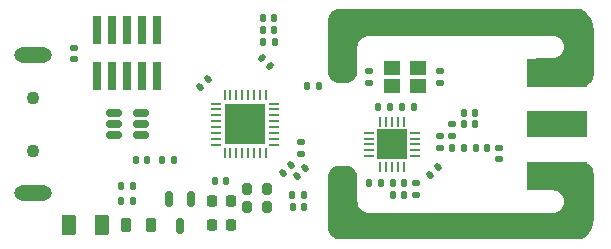
<source format=gbs>
G04 #@! TF.GenerationSoftware,KiCad,Pcbnew,9.0.0*
G04 #@! TF.CreationDate,2025-04-06T23:20:39+02:00*
G04 #@! TF.ProjectId,RF-to-USB,52462d74-6f2d-4555-9342-2e6b69636164,rev?*
G04 #@! TF.SameCoordinates,Original*
G04 #@! TF.FileFunction,Soldermask,Bot*
G04 #@! TF.FilePolarity,Negative*
%FSLAX46Y46*%
G04 Gerber Fmt 4.6, Leading zero omitted, Abs format (unit mm)*
G04 Created by KiCad (PCBNEW 9.0.0) date 2025-04-06 23:20:39*
%MOMM*%
%LPD*%
G01*
G04 APERTURE LIST*
G04 Aperture macros list*
%AMRoundRect*
0 Rectangle with rounded corners*
0 $1 Rounding radius*
0 $2 $3 $4 $5 $6 $7 $8 $9 X,Y pos of 4 corners*
0 Add a 4 corners polygon primitive as box body*
4,1,4,$2,$3,$4,$5,$6,$7,$8,$9,$2,$3,0*
0 Add four circle primitives for the rounded corners*
1,1,$1+$1,$2,$3*
1,1,$1+$1,$4,$5*
1,1,$1+$1,$6,$7*
1,1,$1+$1,$8,$9*
0 Add four rect primitives between the rounded corners*
20,1,$1+$1,$2,$3,$4,$5,0*
20,1,$1+$1,$4,$5,$6,$7,0*
20,1,$1+$1,$6,$7,$8,$9,0*
20,1,$1+$1,$8,$9,$2,$3,0*%
G04 Aperture macros list end*
%ADD10C,1.100000*%
%ADD11O,3.200000X1.300000*%
%ADD12RoundRect,0.140000X-0.140000X-0.170000X0.140000X-0.170000X0.140000X0.170000X-0.140000X0.170000X0*%
%ADD13RoundRect,0.147500X-0.147500X-0.172500X0.147500X-0.172500X0.147500X0.172500X-0.147500X0.172500X0*%
%ADD14RoundRect,0.200000X0.200000X0.275000X-0.200000X0.275000X-0.200000X-0.275000X0.200000X-0.275000X0*%
%ADD15RoundRect,0.150000X-0.150000X0.512500X-0.150000X-0.512500X0.150000X-0.512500X0.150000X0.512500X0*%
%ADD16RoundRect,0.147500X0.172500X-0.147500X0.172500X0.147500X-0.172500X0.147500X-0.172500X-0.147500X0*%
%ADD17RoundRect,0.140000X0.140000X0.170000X-0.140000X0.170000X-0.140000X-0.170000X0.140000X-0.170000X0*%
%ADD18RoundRect,0.135000X0.185000X-0.135000X0.185000X0.135000X-0.185000X0.135000X-0.185000X-0.135000X0*%
%ADD19R,5.080000X2.290000*%
%ADD20R,5.080000X2.420000*%
%ADD21RoundRect,0.140000X0.170000X-0.140000X0.170000X0.140000X-0.170000X0.140000X-0.170000X-0.140000X0*%
%ADD22RoundRect,0.225000X-0.225000X-0.250000X0.225000X-0.250000X0.225000X0.250000X-0.225000X0.250000X0*%
%ADD23RoundRect,0.140000X0.021213X-0.219203X0.219203X-0.021213X-0.021213X0.219203X-0.219203X0.021213X0*%
%ADD24R,1.400000X1.150000*%
%ADD25RoundRect,0.135000X0.135000X0.185000X-0.135000X0.185000X-0.135000X-0.185000X0.135000X-0.185000X0*%
%ADD26RoundRect,0.140000X-0.021213X0.219203X-0.219203X0.021213X0.021213X-0.219203X0.219203X-0.021213X0*%
%ADD27RoundRect,0.218750X0.218750X0.381250X-0.218750X0.381250X-0.218750X-0.381250X0.218750X-0.381250X0*%
%ADD28RoundRect,0.062500X-0.350000X-0.062500X0.350000X-0.062500X0.350000X0.062500X-0.350000X0.062500X0*%
%ADD29RoundRect,0.062500X-0.062500X-0.350000X0.062500X-0.350000X0.062500X0.350000X-0.062500X0.350000X0*%
%ADD30R,2.500000X2.500000*%
%ADD31RoundRect,0.135000X-0.135000X-0.185000X0.135000X-0.185000X0.135000X0.185000X-0.135000X0.185000X0*%
%ADD32R,0.740000X2.400000*%
%ADD33RoundRect,0.135000X-0.185000X0.135000X-0.185000X-0.135000X0.185000X-0.135000X0.185000X0.135000X0*%
%ADD34RoundRect,0.140000X-0.170000X0.140000X-0.170000X-0.140000X0.170000X-0.140000X0.170000X0.140000X0*%
%ADD35RoundRect,0.140000X0.219203X0.021213X0.021213X0.219203X-0.219203X-0.021213X-0.021213X-0.219203X0*%
%ADD36RoundRect,0.062500X0.062500X-0.375000X0.062500X0.375000X-0.062500X0.375000X-0.062500X-0.375000X0*%
%ADD37RoundRect,0.062500X0.375000X-0.062500X0.375000X0.062500X-0.375000X0.062500X-0.375000X-0.062500X0*%
%ADD38R,3.450000X3.450000*%
%ADD39RoundRect,0.250000X-0.375000X-0.625000X0.375000X-0.625000X0.375000X0.625000X-0.375000X0.625000X0*%
%ADD40RoundRect,0.150000X0.512500X0.150000X-0.512500X0.150000X-0.512500X-0.150000X0.512500X-0.150000X0*%
G04 APERTURE END LIST*
D10*
X78075000Y-50750000D03*
X78075000Y-46250000D03*
D11*
X78075000Y-54350000D03*
X78075000Y-42650000D03*
D12*
X107270000Y-47000000D03*
X108230000Y-47000000D03*
D13*
X113515000Y-50500000D03*
X114485000Y-50500000D03*
D14*
X97825000Y-55500000D03*
X96175000Y-55500000D03*
D15*
X89550000Y-54862500D03*
X91450000Y-54862500D03*
X90500000Y-57137500D03*
D16*
X113500000Y-49485000D03*
X113500000Y-48515000D03*
D17*
X100970000Y-55500000D03*
X100010000Y-55500000D03*
D12*
X108520000Y-54500000D03*
X109480000Y-54500000D03*
D18*
X100750000Y-51010000D03*
X100750000Y-49990000D03*
D19*
X122430000Y-48500000D03*
D20*
X122430000Y-52880000D03*
X122430000Y-44120000D03*
D21*
X112500000Y-44980000D03*
X112500000Y-44020000D03*
D22*
X93225000Y-55000000D03*
X94775000Y-55000000D03*
D12*
X85510000Y-53770000D03*
X86470000Y-53770000D03*
D23*
X99160589Y-52589411D03*
X99839411Y-51910589D03*
D24*
X110600000Y-45300000D03*
X108400000Y-45300000D03*
X108400000Y-43700000D03*
X110600000Y-43700000D03*
D23*
X111660589Y-52839411D03*
X112339411Y-52160589D03*
D25*
X110260000Y-47000000D03*
X109240000Y-47000000D03*
D12*
X93410000Y-53270000D03*
X94370000Y-53270000D03*
X114520000Y-48500000D03*
X115480000Y-48500000D03*
D17*
X89950000Y-51520000D03*
X88990000Y-51520000D03*
D26*
X92829411Y-44680589D03*
X92150589Y-45359411D03*
D16*
X112500000Y-50485000D03*
X112500000Y-49515000D03*
D27*
X88062500Y-57000000D03*
X85937500Y-57000000D03*
D12*
X115520000Y-50500000D03*
X116480000Y-50500000D03*
D17*
X98470000Y-39520000D03*
X97510000Y-39520000D03*
D28*
X106515000Y-51210000D03*
X106515000Y-50710000D03*
X106515000Y-50210000D03*
X106515000Y-49710000D03*
X106515000Y-49210000D03*
D29*
X107452500Y-48272500D03*
X107952500Y-48272500D03*
X108452500Y-48272500D03*
X108952500Y-48272500D03*
X109452500Y-48272500D03*
D28*
X110390000Y-49210000D03*
X110390000Y-49710000D03*
X110390000Y-50210000D03*
X110390000Y-50710000D03*
X110390000Y-51210000D03*
D29*
X109452500Y-52147500D03*
X108952500Y-52147500D03*
X108452500Y-52147500D03*
X107952500Y-52147500D03*
X107452500Y-52147500D03*
D30*
X108452500Y-50210000D03*
D31*
X85480000Y-55020000D03*
X86500000Y-55020000D03*
D32*
X88540000Y-44450000D03*
X88540000Y-40550000D03*
X87270000Y-44450000D03*
X87270000Y-40550000D03*
X86000000Y-44450000D03*
X86000000Y-40550000D03*
X84730000Y-44450000D03*
X84730000Y-40550000D03*
X83460000Y-44450000D03*
X83460000Y-40550000D03*
D12*
X114520000Y-47530000D03*
X115480000Y-47530000D03*
D17*
X107480000Y-53500000D03*
X106520000Y-53500000D03*
D14*
X97825000Y-54000000D03*
X96175000Y-54000000D03*
D33*
X110500000Y-53490000D03*
X110500000Y-54510000D03*
D34*
X81500000Y-42020000D03*
X81500000Y-42980000D03*
D17*
X102220000Y-45270000D03*
X101260000Y-45270000D03*
D35*
X98079411Y-43609411D03*
X97400589Y-42930589D03*
D36*
X97750000Y-50937500D03*
X97250000Y-50937500D03*
X96750000Y-50937500D03*
X96250000Y-50937500D03*
X95750000Y-50937500D03*
X95250000Y-50937500D03*
X94750000Y-50937500D03*
X94250000Y-50937500D03*
D37*
X93562500Y-50250000D03*
X93562500Y-49750000D03*
X93562500Y-49250000D03*
X93562500Y-48750000D03*
X93562500Y-48250000D03*
X93562500Y-47750000D03*
X93562500Y-47250000D03*
X93562500Y-46750000D03*
D36*
X94250000Y-46062500D03*
X94750000Y-46062500D03*
X95250000Y-46062500D03*
X95750000Y-46062500D03*
X96250000Y-46062500D03*
X96750000Y-46062500D03*
X97250000Y-46062500D03*
X97750000Y-46062500D03*
D37*
X98437500Y-46750000D03*
X98437500Y-47250000D03*
X98437500Y-47750000D03*
X98437500Y-48250000D03*
X98437500Y-48750000D03*
X98437500Y-49250000D03*
X98437500Y-49750000D03*
X98437500Y-50250000D03*
D38*
X96000000Y-48500000D03*
D39*
X81100000Y-57000000D03*
X83900000Y-57000000D03*
D34*
X106500000Y-44020000D03*
X106500000Y-44980000D03*
D40*
X87137500Y-47550000D03*
X87137500Y-48500000D03*
X87137500Y-49450000D03*
X84862500Y-49450000D03*
X84862500Y-48500000D03*
X84862500Y-47550000D03*
D34*
X117500000Y-50520000D03*
X117500000Y-51480000D03*
D31*
X97480000Y-41520000D03*
X98500000Y-41520000D03*
D17*
X87720000Y-51520000D03*
X86760000Y-51520000D03*
D25*
X101000000Y-54500000D03*
X99980000Y-54500000D03*
D23*
X100400589Y-52859411D03*
X101079411Y-52180589D03*
D12*
X108520000Y-53500000D03*
X109480000Y-53500000D03*
D22*
X93225000Y-57000000D03*
X94775000Y-57000000D03*
D17*
X98470000Y-40520000D03*
X97510000Y-40520000D03*
G36*
X124506061Y-51700597D02*
G01*
X124682934Y-51718017D01*
X124706775Y-51722759D01*
X124870998Y-51772575D01*
X124893456Y-51781878D01*
X125044798Y-51862772D01*
X125065010Y-51876277D01*
X125197666Y-51985145D01*
X125214854Y-52002333D01*
X125323722Y-52134989D01*
X125337227Y-52155201D01*
X125418121Y-52306543D01*
X125427424Y-52329001D01*
X125477240Y-52493224D01*
X125481982Y-52517065D01*
X125499403Y-52693938D01*
X125500000Y-52706092D01*
X125500000Y-56490749D01*
X125499999Y-56491311D01*
X125499962Y-56499479D01*
X125499952Y-56500577D01*
X125499843Y-56508717D01*
X125499834Y-56509268D01*
X125498602Y-56578349D01*
X125498473Y-56582221D01*
X125495692Y-56638840D01*
X125495070Y-56646560D01*
X125488764Y-56702857D01*
X125488273Y-56706700D01*
X125467285Y-56852680D01*
X125466577Y-56857051D01*
X125455079Y-56920779D01*
X125453197Y-56929428D01*
X125437188Y-56992150D01*
X125436017Y-56996419D01*
X125397063Y-57129082D01*
X125395741Y-57133306D01*
X125375301Y-57194719D01*
X125372207Y-57203013D01*
X125347427Y-57262837D01*
X125345660Y-57266896D01*
X125288234Y-57392641D01*
X125286324Y-57396632D01*
X125257336Y-57454544D01*
X125253092Y-57462317D01*
X125220064Y-57517980D01*
X125217739Y-57521743D01*
X125142988Y-57638058D01*
X125140529Y-57641739D01*
X125103605Y-57694920D01*
X125098301Y-57702005D01*
X125057691Y-57752400D01*
X125054852Y-57755798D01*
X124964293Y-57860308D01*
X124961337Y-57863599D01*
X124917234Y-57910971D01*
X124910971Y-57917234D01*
X124863599Y-57961337D01*
X124860308Y-57964293D01*
X124755798Y-58054852D01*
X124752400Y-58057691D01*
X124702005Y-58098301D01*
X124694920Y-58103605D01*
X124641732Y-58140534D01*
X124638053Y-58142992D01*
X124593283Y-58171765D01*
X124577753Y-58180245D01*
X124482262Y-58223854D01*
X124448399Y-58233798D01*
X124344494Y-58248738D01*
X124326846Y-58250000D01*
X104006093Y-58250000D01*
X103993939Y-58249403D01*
X103817065Y-58231982D01*
X103793224Y-58227240D01*
X103629001Y-58177424D01*
X103606543Y-58168121D01*
X103455201Y-58087227D01*
X103434989Y-58073722D01*
X103302333Y-57964854D01*
X103285145Y-57947666D01*
X103176277Y-57815010D01*
X103162772Y-57794798D01*
X103081878Y-57643456D01*
X103072575Y-57620998D01*
X103022759Y-57456775D01*
X103018017Y-57432934D01*
X103000597Y-57256061D01*
X103000000Y-57243907D01*
X103000000Y-53006092D01*
X103000597Y-52993938D01*
X103018017Y-52817065D01*
X103022759Y-52793224D01*
X103072575Y-52629001D01*
X103081878Y-52606543D01*
X103162772Y-52455201D01*
X103176277Y-52434989D01*
X103285145Y-52302333D01*
X103302333Y-52285145D01*
X103434989Y-52176277D01*
X103455201Y-52162772D01*
X103606543Y-52081878D01*
X103629001Y-52072575D01*
X103793224Y-52022759D01*
X103817065Y-52018017D01*
X103993939Y-52000597D01*
X104006093Y-52000000D01*
X104493907Y-52000000D01*
X104506061Y-52000597D01*
X104682934Y-52018017D01*
X104706775Y-52022759D01*
X104870998Y-52072575D01*
X104893456Y-52081878D01*
X105044798Y-52162772D01*
X105065010Y-52176277D01*
X105197666Y-52285145D01*
X105214854Y-52302333D01*
X105323722Y-52434989D01*
X105337227Y-52455201D01*
X105418121Y-52606543D01*
X105427424Y-52629001D01*
X105477240Y-52793224D01*
X105481982Y-52817065D01*
X105499403Y-52993938D01*
X105500000Y-53006092D01*
X105500000Y-54999996D01*
X105519214Y-55195088D01*
X105576122Y-55382687D01*
X105576123Y-55382690D01*
X105668526Y-55555564D01*
X105668531Y-55555571D01*
X105792892Y-55707107D01*
X105944428Y-55831468D01*
X105944435Y-55831473D01*
X106117309Y-55923876D01*
X106117312Y-55923877D01*
X106304913Y-55980785D01*
X106304909Y-55980785D01*
X106500003Y-56000000D01*
X122049997Y-56000000D01*
X122235334Y-55981746D01*
X122413551Y-55927684D01*
X122577795Y-55839893D01*
X122721751Y-55721751D01*
X122839893Y-55577795D01*
X122927684Y-55413551D01*
X122981746Y-55235334D01*
X122999999Y-55050000D01*
X122981746Y-54864665D01*
X122927684Y-54686448D01*
X122839893Y-54522204D01*
X122721751Y-54378248D01*
X122577795Y-54260106D01*
X122413551Y-54172315D01*
X122235334Y-54118253D01*
X122049997Y-54100000D01*
X120906093Y-54100000D01*
X120893939Y-54099403D01*
X120717065Y-54081982D01*
X120693224Y-54077240D01*
X120529001Y-54027424D01*
X120506543Y-54018121D01*
X120355201Y-53937227D01*
X120334989Y-53923722D01*
X120202333Y-53814854D01*
X120185145Y-53797666D01*
X120076277Y-53665010D01*
X120062772Y-53644798D01*
X119981878Y-53493456D01*
X119972575Y-53470998D01*
X119922759Y-53306775D01*
X119918017Y-53282934D01*
X119900597Y-53106061D01*
X119900000Y-53093907D01*
X119900000Y-52706092D01*
X119900597Y-52693938D01*
X119918017Y-52517065D01*
X119922759Y-52493224D01*
X119972575Y-52329001D01*
X119981878Y-52306543D01*
X120062772Y-52155201D01*
X120076277Y-52134989D01*
X120185145Y-52002333D01*
X120202333Y-51985145D01*
X120334989Y-51876277D01*
X120355201Y-51862772D01*
X120506543Y-51781878D01*
X120529001Y-51772575D01*
X120693224Y-51722759D01*
X120717065Y-51718017D01*
X120893939Y-51700597D01*
X120906093Y-51700000D01*
X124493907Y-51700000D01*
X124506061Y-51700597D01*
G37*
G36*
X124344493Y-38751262D02*
G01*
X124448399Y-38766201D01*
X124482264Y-38776145D01*
X124577749Y-38819752D01*
X124593277Y-38828231D01*
X124638059Y-38857011D01*
X124641739Y-38859470D01*
X124694920Y-38896394D01*
X124702005Y-38901698D01*
X124752400Y-38942308D01*
X124755798Y-38945147D01*
X124860308Y-39035706D01*
X124863599Y-39038662D01*
X124910971Y-39082765D01*
X124917234Y-39089028D01*
X124961337Y-39136400D01*
X124964293Y-39139691D01*
X125054852Y-39244201D01*
X125057691Y-39247599D01*
X125098301Y-39297994D01*
X125103605Y-39305079D01*
X125140529Y-39358260D01*
X125142988Y-39361941D01*
X125217739Y-39478256D01*
X125220064Y-39482019D01*
X125253092Y-39537682D01*
X125257336Y-39545455D01*
X125286324Y-39603367D01*
X125288234Y-39607358D01*
X125345660Y-39733103D01*
X125347427Y-39737162D01*
X125372207Y-39796986D01*
X125375301Y-39805280D01*
X125395741Y-39866693D01*
X125397063Y-39870917D01*
X125436017Y-40003580D01*
X125437188Y-40007849D01*
X125453197Y-40070571D01*
X125455079Y-40079220D01*
X125466577Y-40142948D01*
X125467285Y-40147319D01*
X125488273Y-40293299D01*
X125488764Y-40297142D01*
X125495070Y-40353439D01*
X125495692Y-40361159D01*
X125498473Y-40417778D01*
X125498602Y-40421650D01*
X125499834Y-40490731D01*
X125499843Y-40491282D01*
X125499952Y-40499422D01*
X125499962Y-40500520D01*
X125499999Y-40508688D01*
X125500000Y-40509250D01*
X125500000Y-44293907D01*
X125499403Y-44306061D01*
X125481982Y-44482934D01*
X125477240Y-44506775D01*
X125427424Y-44670998D01*
X125418121Y-44693456D01*
X125337227Y-44844798D01*
X125323722Y-44865010D01*
X125214854Y-44997666D01*
X125197666Y-45014854D01*
X125065010Y-45123722D01*
X125044798Y-45137227D01*
X124893456Y-45218121D01*
X124870998Y-45227424D01*
X124706775Y-45277240D01*
X124682934Y-45281982D01*
X124506061Y-45299403D01*
X124493907Y-45300000D01*
X120906093Y-45300000D01*
X120893939Y-45299403D01*
X120717065Y-45281982D01*
X120693224Y-45277240D01*
X120529001Y-45227424D01*
X120506543Y-45218121D01*
X120355201Y-45137227D01*
X120334989Y-45123722D01*
X120202333Y-45014854D01*
X120185145Y-44997666D01*
X120076277Y-44865010D01*
X120062772Y-44844798D01*
X119981878Y-44693456D01*
X119972575Y-44670998D01*
X119922759Y-44506775D01*
X119918017Y-44482934D01*
X119900597Y-44306061D01*
X119900000Y-44293907D01*
X119900000Y-43906092D01*
X119900597Y-43893938D01*
X119918017Y-43717065D01*
X119922759Y-43693224D01*
X119972575Y-43529001D01*
X119981878Y-43506543D01*
X120062772Y-43355201D01*
X120076277Y-43334989D01*
X120185145Y-43202333D01*
X120202333Y-43185145D01*
X120334989Y-43076277D01*
X120355201Y-43062772D01*
X120506543Y-42981878D01*
X120529001Y-42972575D01*
X120693224Y-42922759D01*
X120717065Y-42918017D01*
X120893939Y-42900597D01*
X120906093Y-42900000D01*
X122049997Y-42900000D01*
X122235334Y-42881746D01*
X122413551Y-42827684D01*
X122577795Y-42739893D01*
X122721751Y-42621751D01*
X122839893Y-42477795D01*
X122927684Y-42313551D01*
X122981746Y-42135334D01*
X122999999Y-41950000D01*
X122981746Y-41764665D01*
X122927684Y-41586448D01*
X122839893Y-41422204D01*
X122721751Y-41278248D01*
X122577795Y-41160106D01*
X122413551Y-41072315D01*
X122235334Y-41018253D01*
X122049997Y-41000000D01*
X106500003Y-41000000D01*
X106304911Y-41019214D01*
X106117312Y-41076122D01*
X106117309Y-41076123D01*
X105944435Y-41168526D01*
X105944428Y-41168531D01*
X105792892Y-41292892D01*
X105668531Y-41444428D01*
X105668526Y-41444435D01*
X105576123Y-41617309D01*
X105576122Y-41617312D01*
X105519214Y-41804911D01*
X105500000Y-42000003D01*
X105500000Y-43993907D01*
X105499403Y-44006061D01*
X105481982Y-44182934D01*
X105477240Y-44206775D01*
X105427424Y-44370998D01*
X105418121Y-44393456D01*
X105337227Y-44544798D01*
X105323722Y-44565010D01*
X105214854Y-44697666D01*
X105197666Y-44714854D01*
X105065010Y-44823722D01*
X105044798Y-44837227D01*
X104893456Y-44918121D01*
X104870998Y-44927424D01*
X104706775Y-44977240D01*
X104682934Y-44981982D01*
X104506061Y-44999403D01*
X104493907Y-45000000D01*
X104006093Y-45000000D01*
X103993939Y-44999403D01*
X103817065Y-44981982D01*
X103793224Y-44977240D01*
X103629001Y-44927424D01*
X103606543Y-44918121D01*
X103455201Y-44837227D01*
X103434989Y-44823722D01*
X103302333Y-44714854D01*
X103285145Y-44697666D01*
X103176277Y-44565010D01*
X103162772Y-44544798D01*
X103081878Y-44393456D01*
X103072575Y-44370998D01*
X103022759Y-44206775D01*
X103018017Y-44182934D01*
X103000597Y-44006061D01*
X103000000Y-43993907D01*
X103000000Y-39756092D01*
X103000597Y-39743938D01*
X103018017Y-39567065D01*
X103022759Y-39543224D01*
X103072575Y-39379001D01*
X103081878Y-39356543D01*
X103162772Y-39205201D01*
X103176277Y-39184989D01*
X103285145Y-39052333D01*
X103302333Y-39035145D01*
X103434989Y-38926277D01*
X103455201Y-38912772D01*
X103606543Y-38831878D01*
X103629001Y-38822575D01*
X103793224Y-38772759D01*
X103817065Y-38768017D01*
X103993939Y-38750597D01*
X104006093Y-38750000D01*
X124326846Y-38750000D01*
X124344493Y-38751262D01*
G37*
M02*

</source>
